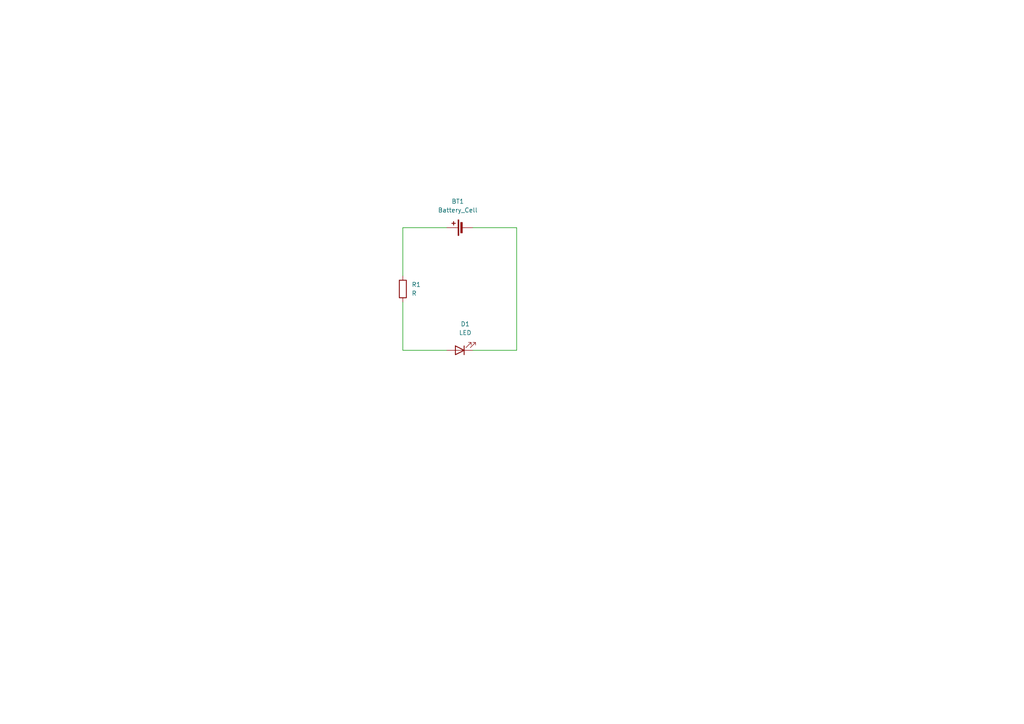
<source format=kicad_sch>
(kicad_sch (version 20231120) (generator "eeschema") (generator_version "8.0")
  (paper "A4")
  (title_block (title "LED Demo") (date "2024-10-31") (rev "1.0") (company "Formula Slug"))
  (lib_symbols
    (symbol "Device:Battery_Cell" (pin_numbers hide) (pin_names (offset 0) hide)
      (property "Reference" "BT" (at 2.54 2.54 0))
      (property "Value" "Battery_Cell" (at 2.54 0 0))
      (symbol "Battery_Cell_0_1"
        (rectangle (start -2.286 1.778) (end 2.286 1.524) (fill (type outline)))
        (rectangle (start -1.524 1.016) (end 1.524 0.508) (fill (type outline)))
        (polyline (pts (xy 0 0.762) (xy 0 0)))
        (polyline (pts (xy 0 1.778) (xy 0 2.54)))
        (polyline (pts (xy 0.762 3.048) (xy 1.778 3.048)) (stroke (width 0.254)))
        (polyline (pts (xy 1.27 3.556) (xy 1.27 2.54)) (stroke (width 0.254)))
      )
      (symbol "Battery_Cell_1_1"
        (pin passive line (at 0 5.08 270) (length 2.54) (name "+") (number "1"))
        (pin passive line (at 0 -2.54 90) (length 2.54) (name "-") (number "2"))
      )
    )
    (symbol "Device:LED" (pin_numbers hide) (pin_names (offset 1.016) hide)
      (property "Reference" "D" (at 0 2.54 0))
      (property "Value" "LED" (at 0 -2.54 0))
      (symbol "LED_0_1"
        (polyline (pts (xy -1.27 -1.27) (xy -1.27 1.27)) (stroke (width 0.254)))
        (polyline (pts (xy -1.27 0) (xy 1.27 0)))
        (polyline (pts (xy 1.27 -1.27) (xy 1.27 1.27) (xy -1.27 0) (xy 1.27 -1.27)) (stroke (width 0.254)))
        (polyline (pts (xy -3.048 -0.762) (xy -4.572 -2.286) (xy -3.81 -2.286) (xy -4.572 -2.286) (xy -4.572 -1.524)))
        (polyline (pts (xy -1.778 -0.762) (xy -3.302 -2.286) (xy -2.54 -2.286) (xy -3.302 -2.286) (xy -3.302 -1.524)))
      )
      (symbol "LED_1_1"
        (pin passive line (at -3.81 0 0) (length 2.54) (name "K") (number "1"))
        (pin passive line (at 3.81 0 180) (length 2.54) (name "A") (number "2"))
      )
    )
    (symbol "Device:R" (pin_numbers hide) (pin_names (offset 0))
      (property "Reference" "R" (at 2.032 0 90))
      (property "Value" "R" (at 0 0 90))
      (symbol "R_0_1"
        (rectangle (start -1.016 -2.54) (end 1.016 2.54) (stroke (width 0.254)))
      )
      (symbol "R_1_1"
        (pin passive line (at 0 3.81 270) (length 1.27) (name "~") (number "1"))
        (pin passive line (at 0 -3.81 90) (length 1.27) (name "~") (number "2"))
      )
    )
  )
  (wire (pts (xy 116.84 101.6) (xy 129.54 101.6)))
  (wire (pts (xy 137.16 101.6) (xy 149.86 101.6)))
  (wire (pts (xy 116.84 87.63) (xy 116.84 101.6)))
  (wire (pts (xy 149.86 66.04) (xy 137.16 66.04)))
  (wire (pts (xy 129.54 66.04) (xy 116.84 66.04)))
  (wire (pts (xy 116.84 66.04) (xy 116.84 80.01)))
  (wire (pts (xy 149.86 101.6) (xy 149.86 66.04)))
  (symbol (lib_id "Device:R") (at 116.84 83.82 0) (unit 1)
    (property "Reference" "R1" (at 119.38 82.5499 0) (effects (justify left)))
    (property "Value" "R" (at 119.38 85.0899 0) (effects (justify left)))
    (property "Footprint" "Resistor_SMD:R_0805_2012Metric_Pad1.20x1.40mm_HandSolder" (effects (hide yes)))
    (property "Description" "Resistor" (effects (hide yes)))
  )
  (symbol (lib_id "Device:Battery_Cell") (at 134.62 66.04 90) (unit 1)
    (property "Reference" "BT1" (at 132.7785 58.42 90))
    (property "Value" "Battery_Cell" (at 132.7785 60.96 90))
    (property "Footprint" "Battery:BatteryHolder_Seiko_MS621F" (effects (hide yes)))
    (property "Description" "Single-cell battery" (effects (hide yes)))
  )
  (symbol (lib_id "Device:LED") (at 133.35 101.6 180) (unit 1)
    (property "Reference" "D1" (at 134.9375 93.98 0))
    (property "Value" "LED" (at 134.9375 96.52 0))
    (property "Footprint" "LED_SMD:LED_0805_2012Metric_Pad1.15x1.40mm_HandSolder" (effects (hide yes)))
    (property "Description" "Light emitting diode" (effects (hide yes)))
  )
)
</source>
